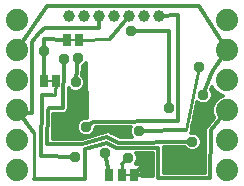
<source format=gbl>
G75*
%MOIN*%
%OFA0B0*%
%FSLAX24Y24*%
%IPPOS*%
%LPD*%
%AMOC8*
5,1,8,0,0,1.08239X$1,22.5*
%
%ADD10C,0.0740*%
%ADD11C,0.0394*%
%ADD12C,0.0080*%
%ADD13R,0.0250X0.0400*%
%ADD14C,0.0120*%
%ADD15C,0.0376*%
%ADD16C,0.0100*%
D10*
X001730Y002055D03*
X001730Y003055D03*
X001730Y004055D03*
X001730Y005055D03*
X001730Y006055D03*
X001730Y007055D03*
X008730Y007055D03*
X008730Y006055D03*
X008730Y005055D03*
X008730Y004055D03*
X008730Y003055D03*
X008730Y002055D03*
D11*
X006466Y007218D03*
X005966Y007218D03*
X005466Y007218D03*
X004966Y007218D03*
X004466Y007218D03*
X003966Y007218D03*
X003466Y007218D03*
D12*
X003454Y006419D02*
X003754Y006419D01*
X002973Y005031D02*
X002673Y005031D01*
X005277Y001915D02*
X005577Y001915D01*
D13*
X005627Y001915D03*
X005227Y001915D03*
X004806Y001915D03*
X003023Y005031D03*
X002623Y005031D03*
X003404Y006419D03*
X003804Y006419D03*
D14*
X003404Y006419D02*
X002646Y006429D01*
X002641Y006052D01*
X002623Y005031D01*
X002555Y004581D02*
X002899Y004577D01*
X002555Y004581D02*
X002537Y002527D01*
X003675Y002517D01*
X004006Y002769D02*
X004011Y001755D01*
X002300Y001770D01*
X002745Y002938D02*
X003913Y002937D01*
X004734Y003177D01*
X005111Y002984D01*
X007579Y003012D01*
X007826Y003201D02*
X008002Y003201D01*
X008003Y003319D02*
X007642Y003319D01*
X007640Y003320D02*
X007546Y003320D01*
X007558Y003333D01*
X007557Y003434D01*
X007743Y004335D01*
X007771Y004307D01*
X007884Y004261D01*
X008007Y004261D01*
X008120Y004307D01*
X008207Y004394D01*
X008254Y004507D01*
X008254Y004630D01*
X008207Y004743D01*
X008202Y004747D01*
X008240Y004850D01*
X008277Y004777D01*
X008326Y004710D01*
X008385Y004651D01*
X008452Y004602D01*
X008527Y004564D01*
X008606Y004538D01*
X008613Y004537D01*
X008453Y004471D01*
X008315Y004333D01*
X008240Y004153D01*
X008240Y003958D01*
X008299Y003815D01*
X008051Y003514D01*
X008004Y003468D01*
X008004Y003457D01*
X007997Y003449D01*
X008004Y003384D01*
X007994Y001975D01*
X006619Y001972D01*
X006618Y002735D01*
X006618Y002809D01*
X006618Y002821D01*
X007326Y002829D01*
X007404Y002751D01*
X007517Y002704D01*
X007640Y002704D01*
X007753Y002751D01*
X007840Y002837D01*
X007887Y002951D01*
X007887Y003073D01*
X007840Y003186D01*
X007753Y003273D01*
X007640Y003320D01*
X007558Y003438D02*
X007998Y003438D01*
X008086Y003556D02*
X007582Y003556D01*
X007607Y003675D02*
X008183Y003675D01*
X008281Y003793D02*
X007631Y003793D01*
X007656Y003912D02*
X008259Y003912D01*
X008240Y004030D02*
X007680Y004030D01*
X007705Y004149D02*
X008240Y004149D01*
X008287Y004267D02*
X008022Y004267D01*
X007869Y004267D02*
X007729Y004267D01*
X007945Y004569D02*
X008227Y005339D01*
X008730Y006055D01*
X007788Y007534D01*
X002726Y007548D01*
X001730Y006055D01*
X001730Y006048D01*
X002226Y006340D02*
X002459Y006651D01*
X002654Y006807D01*
X004455Y006812D01*
X004466Y007218D01*
X004828Y006431D02*
X005466Y007218D01*
X005533Y006712D02*
X006808Y006710D01*
X006794Y004143D01*
X007111Y003707D02*
X004280Y003680D01*
X004043Y003508D01*
X004351Y003501D02*
X004351Y003447D01*
X004304Y003334D01*
X004218Y003247D01*
X004104Y003200D01*
X003982Y003200D01*
X003869Y003247D01*
X003782Y003334D01*
X003735Y003447D01*
X003735Y003569D01*
X003782Y003683D01*
X003869Y003769D01*
X003982Y003816D01*
X004051Y003816D01*
X004039Y005626D01*
X004038Y005623D01*
X003951Y005536D01*
X003932Y005528D01*
X003902Y005215D01*
X004042Y005215D01*
X003952Y005165D02*
X003902Y005215D01*
X003952Y005165D02*
X003999Y005052D01*
X003999Y004929D01*
X003952Y004816D01*
X003865Y004730D01*
X003752Y004683D01*
X003629Y004683D01*
X003516Y004730D01*
X003456Y004790D01*
X003451Y004199D01*
X003451Y004198D01*
X003450Y004124D01*
X003449Y004051D01*
X003448Y004050D01*
X003448Y004049D01*
X003395Y003998D01*
X003343Y003946D01*
X003342Y003946D01*
X003341Y003946D01*
X003267Y003947D01*
X003194Y003948D01*
X003193Y003948D01*
X002936Y003953D01*
X002927Y003118D01*
X003887Y003117D01*
X004681Y003349D01*
X004750Y003371D01*
X004752Y003370D01*
X004755Y003371D01*
X004818Y003336D01*
X005153Y003164D01*
X005574Y003169D01*
X005535Y003207D01*
X005489Y003320D01*
X005489Y003443D01*
X005517Y003512D01*
X004351Y003501D01*
X004347Y003438D02*
X005489Y003438D01*
X005489Y003319D02*
X004852Y003319D01*
X005083Y003201D02*
X005542Y003201D01*
X005797Y003382D02*
X007377Y003404D01*
X007111Y003707D02*
X007107Y007223D01*
X006466Y007218D01*
X004040Y005571D02*
X003985Y005571D01*
X004040Y005452D02*
X003925Y005452D01*
X003914Y005334D02*
X004041Y005334D01*
X004043Y005097D02*
X003980Y005097D01*
X003999Y004978D02*
X004043Y004978D01*
X004044Y004860D02*
X003970Y004860D01*
X004045Y004741D02*
X003877Y004741D01*
X004046Y004623D02*
X003455Y004623D01*
X003456Y004741D02*
X003505Y004741D01*
X003453Y004504D02*
X004047Y004504D01*
X004047Y004386D02*
X003452Y004386D01*
X003451Y004267D02*
X004048Y004267D01*
X004049Y004149D02*
X003450Y004149D01*
X003429Y004030D02*
X004050Y004030D01*
X004051Y003912D02*
X002936Y003912D01*
X002934Y003793D02*
X003926Y003793D01*
X003779Y003675D02*
X002933Y003675D01*
X002932Y003556D02*
X003735Y003556D01*
X003739Y003438D02*
X002930Y003438D01*
X002929Y003319D02*
X003796Y003319D01*
X003980Y003201D02*
X002928Y003201D01*
X002745Y002938D02*
X002757Y004035D01*
X002814Y004135D01*
X003270Y004127D01*
X003285Y005758D01*
X003777Y005797D02*
X003709Y005083D01*
X003705Y005036D01*
X003695Y005028D01*
X003691Y004991D01*
X002226Y003986D02*
X002226Y006340D01*
X001730Y004055D02*
X001730Y004015D01*
X002226Y003986D01*
X001730Y004055D02*
X002311Y003287D01*
X004006Y002769D02*
X004718Y002980D01*
X005047Y002802D01*
X006438Y002808D01*
X006440Y001791D01*
X008173Y001795D01*
X008184Y003392D01*
X008730Y004055D01*
X008367Y004386D02*
X008198Y004386D01*
X008252Y004504D02*
X008533Y004504D01*
X008424Y004623D02*
X008254Y004623D01*
X008208Y004741D02*
X008303Y004741D01*
X008001Y003082D02*
X007883Y003082D01*
X007887Y002964D02*
X008001Y002964D01*
X008000Y002845D02*
X007843Y002845D01*
X007694Y002727D02*
X007999Y002727D01*
X007998Y002608D02*
X006618Y002608D01*
X006618Y002490D02*
X007997Y002490D01*
X007997Y002371D02*
X006618Y002371D01*
X006619Y002253D02*
X007996Y002253D01*
X007995Y002134D02*
X006619Y002134D01*
X006619Y002016D02*
X007994Y002016D01*
X007463Y002727D02*
X006618Y002727D01*
X006618Y002735D02*
X006618Y002735D01*
X006258Y002628D02*
X006259Y001866D01*
X006259Y001859D01*
X005912Y001859D01*
X005912Y001913D01*
X005737Y001913D01*
X005737Y001918D01*
X005912Y001918D01*
X005912Y002136D01*
X005901Y002177D01*
X005880Y002213D01*
X005851Y002243D01*
X005814Y002264D01*
X005773Y002275D01*
X005691Y002275D01*
X005708Y002293D01*
X005755Y002406D01*
X005755Y002528D01*
X005715Y002625D01*
X006258Y002628D01*
X006258Y002608D02*
X005722Y002608D01*
X005755Y002490D02*
X006258Y002490D01*
X006258Y002371D02*
X005741Y002371D01*
X005834Y002253D02*
X006259Y002253D01*
X006259Y002134D02*
X005912Y002134D01*
X005912Y002016D02*
X006259Y002016D01*
X006259Y001897D02*
X005912Y001897D01*
X005755Y002038D02*
X006111Y002491D01*
X005447Y002467D02*
X005230Y002260D01*
X004799Y001979D02*
X004679Y002647D01*
X004173Y003201D02*
X004106Y003201D01*
X004290Y003319D02*
X004577Y003319D01*
X006259Y001866D02*
X006259Y001866D01*
D15*
X006111Y002491D03*
X005447Y002467D03*
X004679Y002647D03*
X005152Y003338D03*
X005797Y003382D03*
X006782Y002693D03*
X007579Y003012D03*
X007808Y003756D03*
X007945Y004569D03*
X007810Y005495D03*
X006794Y004143D03*
X004043Y003508D03*
X003138Y003762D03*
X003691Y004991D03*
X003777Y005797D03*
X003285Y005758D03*
X002641Y006052D03*
X005533Y006712D03*
X003675Y002517D03*
D16*
X004799Y001979D02*
X004806Y001915D01*
X005227Y001915D02*
X005230Y002260D01*
X005627Y001915D02*
X005755Y002038D01*
X007377Y003404D02*
X007810Y005495D01*
X004828Y006431D02*
X003804Y006419D01*
X003023Y005031D02*
X003016Y004581D01*
X002899Y004577D01*
X002311Y003287D02*
X002300Y001770D01*
M02*

</source>
